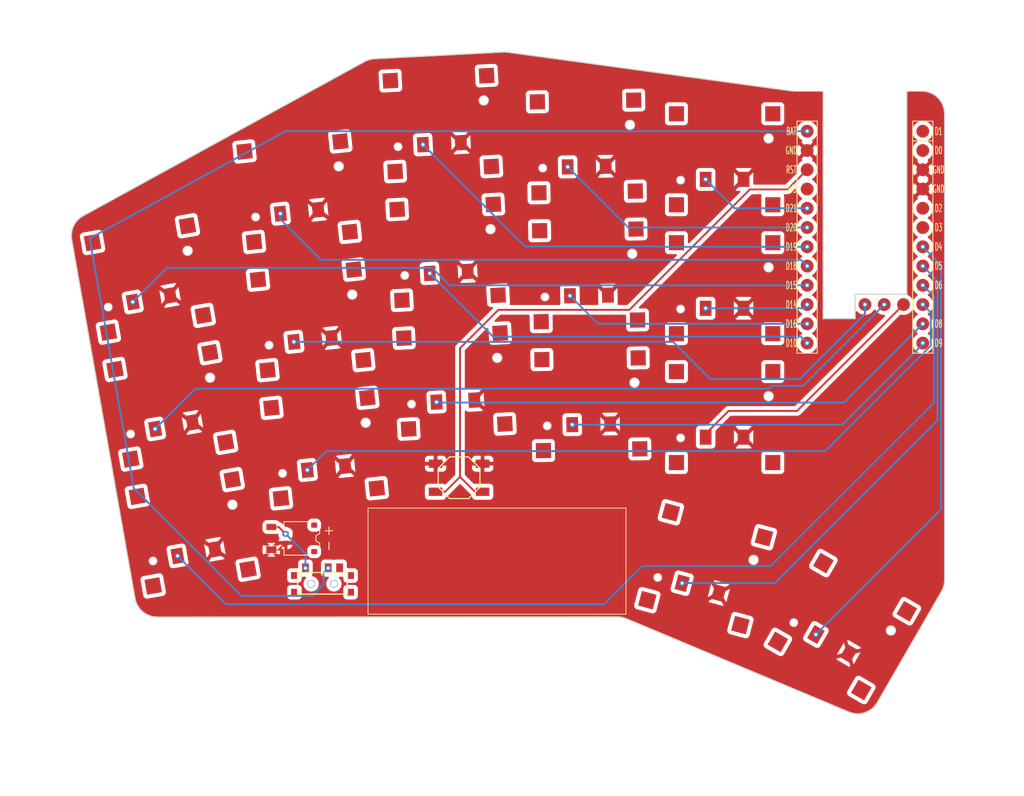
<source format=kicad_pcb>
(kicad_pcb (version 20241229) (generator "pcbnew") (generator_version "9.0")
  (title_block (title "slimsplaydy_left_unrouted") (rev "v1.0.0") (company "Unknown"))
  (layers (0 "F.Cu" signal) (2 "B.Cu" signal) (13 "F.Paste" user) (15 "B.Paste" user) (5 "F.SilkS" user) (7 "B.SilkS" user) (1 "F.Mask" user) (3 "B.Mask" user) (25 "Edge.Cuts" user))
  (net 0 "")
  (net 1 "GND")
  (net 2 "hand_pinky_bottom")
  (net 3 "hand_pinky_home")
  (net 4 "hand_pinky_top")
  (net 5 "hand_ring_bottom")
  (net 6 "hand_ring_home")
  (net 7 "hand_ring_top")
  (net 8 "hand_middle_bottom")
  (net 9 "hand_middle_home")
  (net 10 "hand_middle_top")
  (net 11 "hand_index_bottom")
  (net 12 "hand_index_home")
  (net 13 "hand_index_top")
  (net 14 "hand_inner_bottom")
  (net 15 "hand_inner_home")
  (net 16 "hand_inner_top")
  (net 17 "thumb_near_fan")
  (net 18 "thumb_far_fan")
  (net 19 "BAT")
  (net 20 "RST")
  (net 21 "3V3")
  (net 22 "D1")
  (net 23 "D0")
  (net 24 "D2")
  (net 25 "D3")
  (net 26 "BAT_P")
  (footprint "E73:SPDT_C128955" (layer "F.Cu") (at 122.512253 152.009146 180)
    (property "Reference" "T1" (hide yes))
    (property "Value" "" (hide yes))
    (fp_line (start 3.3 1.5) (end 3.3 -1.349999) (stroke (width 0.15)) (layer "F.SilkS"))
    (fp_line (start 1.95 -1.350001) (end -1.95 -1.35) (stroke (width 0.15)) (layer "F.SilkS"))
    (fp_line (start 0 -1.35) (end 3.3 -1.349999) (stroke (width 0.15)) (layer "F.SilkS"))
    (fp_line (start 0 -1.35) (end -3.3 -1.35) (stroke (width 0.15)) (layer "F.SilkS"))
    (fp_line (start -3.3 1.5) (end 3.3 1.5) (stroke (width 0.15)) (layer "F.SilkS"))
    (fp_line (start -3.3 -1.35) (end -3.3 1.5) (stroke (width 0.15)) (layer "F.SilkS"))
    (pad "" smd rect (at -3.700001 1.099999 180) (size 0.9 0.9) (layers "F.Cu" "F.Mask" "F.Paste"))
    (pad "" smd rect (at -3.7 -1.1 180) (size 0.9 0.9) (layers "F.Cu" "F.Mask" "F.Paste"))
    (pad "" np_thru_hole circle (at -1.500001 0.000001) (size 1 1) (drill 0.9) (layers "*.Cu" "*.Mask"))
    (pad "" np_thru_hole circle (at 1.500001 -0.000001) (size 1 1) (drill 0.9) (layers "*.Cu" "*.Mask"))
    (pad "" smd rect (at 3.7 1.1 180) (size 0.9 0.9) (layers "F.Cu" "F.Mask" "F.Paste"))
    (pad "" smd rect (at 3.700001 -1.099999 180) (size 0.9 0.9) (layers "F.Cu" "F.Mask" "F.Paste"))
    (pad "1" smd rect (at 2.25 2.075 180) (size 0.9 1.25) (layers "F.Cu" "F.Mask" "F.Paste") (net 26 "BAT_P"))
    (pad "2" smd rect (at -0.75 2.075001 180) (size 0.9 1.25) (layers "F.Cu" "F.Mask" "F.Paste") (net 19 "BAT"))
    (pad "3" smd rect (at -2.249999 2.075 180) (size 0.9 1.25) (layers "F.Cu" "F.Mask" "F.Paste"))
  )
  (footprint "E73:SW_TACT_ALPS_SKQGABE010" (layer "F.Cu") (at 140.512253 138.009146 -3.552713679e-15)
    (property "Reference" "B1" (hide yes))
    (property "Value" "" (hide yes))
    (fp_line (start -2.750001 1.25) (end -1.25 2.75) (stroke (width 0.15)) (layer "F.SilkS"))
    (fp_line (start -2.75 -1.25) (end -2.750001 1.25) (stroke (width 0.15)) (layer "F.SilkS"))
    (fp_line (start -2.75 -1.25) (end -1.25 -2.750001) (stroke (width 0.15)) (layer "F.SilkS"))
    (fp_line (start -1.25 -2.750001) (end 1.25 -2.75) (stroke (width 0.15)) (layer "F.SilkS"))
    (fp_line (start -1.25 2.75) (end 1.25 2.750001) (stroke (width 0.15)) (layer "F.SilkS"))
    (fp_line (start 2.75 1.25) (end 1.25 2.750001) (stroke (width 0.15)) (layer "F.SilkS"))
    (fp_line (start 2.750001 -1.25) (end 1.25 -2.75) (stroke (width 0.15)) (layer "F.SilkS"))
    (fp_line (start 2.750001 -1.25) (end 2.75 1.25) (stroke (width 0.15)) (layer "F.SilkS"))
    (pad "1" smd rect (at -3.100002 -1.85) (size 1.8 1.1) (layers "F.Cu" "F.Mask" "F.Paste") (net 1 "GND"))
    (pad "1" smd rect (at 3.099999 -1.85) (size 1.8 1.1) (layers "F.Cu" "F.Mask" "F.Paste") (net 1 "GND"))
    (pad "2" smd rect (at -3.099999 1.85) (size 1.8 1.1) (layers "F.Cu" "F.Mask" "F.Paste") (net 20 "RST"))
    (pad "2" smd rect (at 3.100002 1.85) (size 1.8 1.1) (layers "F.Cu" "F.Mask" "F.Paste") (net 20 "RST"))
  )
  (footprint "CPG1316S01D02_mikeholscher" (layer "F.Cu") (at 175.512254 113.009146 -3.552713679e-15)
    (property "Reference" "S14" (hide yes))
    (property "Value" "")
    (fp_circle (center -5.8 2.75) (end -5.300001 2.75) (stroke (width 0.1)) (fill no) (layer "Edge.Cuts"))
    (fp_circle (center 5.8 -2.75) (end 6.4 -2.75) (stroke (width 0.1)) (fill no) (layer "Edge.Cuts"))
    (pad "1" smd rect (at -2.5 2.650001) (size 1.55 2) (layers "F.Cu" "F.Mask" "F.Paste") (net 15 "hand_inner_home"))
    (pad "2" smd rect (at 2.5 2.65) (size 1.55 2) (layers "F.Cu" "F.Mask" "F.Paste") (net 1 "GND"))
    (pad "3" smd rect (at -6.35 -6) (size 2 2) (layers "F.Cu" "F.Mask" "F.Paste"))
    (pad "3" smd rect (at -6.35 6) (size 2 2) (layers "F.Cu" "F.Mask" "F.Paste"))
    (pad "3" smd rect (at 6.35 -6) (size 2 2) (layers "F.Cu" "F.Mask" "F.Paste"))
    (pad "3" smd rect (at 6.35 6) (size 2 2) (layers "F.Cu" "F.Mask" "F.Paste"))
  )
  (footprint "CPG1316S01D02_mikeholscher" (layer "F.Cu") (at 119.171417 100.283096 6)
    (property "Reference" "S6" (hide yes))
    (property "Value" "")
    (fp_circle (center -5.8 2.75) (end -5.3 2.750001) (stroke (width 0.1)) (fill no) (layer "Edge.Cuts"))
    (fp_circle (center 5.8 -2.75) (end 6.4 -2.749999) (stroke (width 0.1)) (fill no) (layer "Edge.Cuts"))
    (pad "1" smd rect (at -2.499999 2.65 6) (size 1.55 2) (layers "F.Cu" "F.Mask" "F.Paste") (net 7 "hand_ring_top"))
    (pad "2" smd rect (at 2.5 2.65 6) (size 1.55 2) (layers "F.Cu" "F.Mask" "F.Paste") (net 1 "GND"))
    (pad "3" smd rect (at -6.35 -6 6) (size 2 2) (layers "F.Cu" "F.Mask" "F.Paste"))
    (pad "3" smd rect (at -6.35 6.000001 6) (size 2 2) (layers "F.Cu" "F.Mask" "F.Paste"))
    (pad "3" smd rect (at 6.35 -6.000001 6) (size 2 2) (layers "F.Cu" "F.Mask" "F.Paste"))
    (pad "3" smd rect (at 6.35 6 6) (size 2 2) (layers "F.Cu" "F.Mask" "F.Paste"))
  )
  (footprint "CPG1316S01D02_mikeholscher" (layer "F.Cu") (at 122.725386 134.096842 6)
    (property "Reference" "S4" (hide yes))
    (property "Value" "")
    (fp_circle (center -5.8 2.75) (end -5.3 2.750001) (stroke (width 0.1)) (fill no) (layer "Edge.Cuts"))
    (fp_circle (center 5.8 -2.75) (end 6.4 -2.749999) (stroke (width 0.1)) (fill no) (layer "Edge.Cuts"))
    (pad "1" smd rect (at -2.499999 2.65 6) (size 1.55 2) (layers "F.Cu" "F.Mask" "F.Paste") (net 5 "hand_ring_bottom"))
    (pad "2" smd rect (at 2.5 2.65 6) (size 1.55 2) (layers "F.Cu" "F.Mask" "F.Paste") (net 1 "GND"))
    (pad "3" smd rect (at -6.35 -6 6) (size 2 2) (layers "F.Cu" "F.Mask" "F.Paste"))
    (pad "3" smd rect (at -6.35 6.000001 6) (size 2 2) (layers "F.Cu" "F.Mask" "F.Paste"))
    (pad "3" smd rect (at 6.35 -6.000001 6) (size 2 2) (layers "F.Cu" "F.Mask" "F.Paste"))
    (pad "3" smd rect (at 6.35 6 6) (size 2 2) (layers "F.Cu" "F.Mask" "F.Paste"))
  )
  (footprint "CPG1316S01D02_mikeholscher" (layer "F.Cu") (at 105.403224 145.274618 10)
    (property "Reference" "S1" (hide yes))
    (property "Value" "")
    (fp_circle (center -5.8 2.75) (end -5.3 2.749999) (stroke (width 0.1)) (fill no) (layer "Edge.Cuts"))
    (fp_circle (center 5.8 -2.75) (end 6.400001 -2.75) (stroke (width 0.1)) (fill no) (layer "Edge.Cuts"))
    (pad "1" smd rect (at -2.499999 2.65 10) (size 1.55 2) (layers "F.Cu" "F.Mask" "F.Paste") (net 2 "hand_pinky_bottom"))
    (pad "2" smd rect (at 2.5 2.65 10) (size 1.55 2) (layers "F.Cu" "F.Mask" "F.Paste") (net 1 "GND"))
    (pad "3" smd rect (at -6.35 -6 10) (size 2 2) (layers "F.Cu" "F.Mask" "F.Paste"))
    (pad "3" smd rect (at -6.35 6 10) (size 2 2) (layers "F.Cu" "F.Mask" "F.Paste"))
    (pad "3" smd rect (at 6.35 -6 10) (size 2 2) (layers "F.Cu" "F.Mask" "F.Paste"))
    (pad "3" smd rect (at 6.35 6 10) (size 2 2) (layers "F.Cu" "F.Mask" "F.Paste"))
  )
  (footprint "CPG1316S01D02_mikeholscher" (layer "F.Cu") (at 157.880029 128.316614 1)
    (property "Reference" "S10" (hide yes))
    (property "Value" "")
    (fp_circle (center -5.8 2.75) (end -5.3 2.749999) (stroke (width 0.1)) (fill no) (layer "Edge.Cuts"))
    (fp_circle (center 5.8 -2.75) (end 6.4 -2.75) (stroke (width 0.1)) (fill no) (layer "Edge.Cuts"))
    (pad "1" smd rect (at -2.5 2.65 1) (size 1.55 2) (layers "F.Cu" "F.Mask" "F.Paste") (net 11 "hand_index_bottom"))
    (pad "2" smd rect (at 2.499999 2.65 1) (size 1.55 2) (layers "F.Cu" "F.Mask" "F.Paste") (net 1 "GND"))
    (pad "3" smd rect (at -6.35 -6 1) (size 2 2) (layers "F.Cu" "F.Mask" "F.Paste"))
    (pad "3" smd rect (at -6.35 6 1) (size 2 2) (layers "F.Cu" "F.Mask" "F.Paste"))
    (pad "3" smd rect (at 6.35 -6 1) (size 2 2) (layers "F.Cu" "F.Mask" "F.Paste"))
    (pad "3" smd rect (at 6.35 6 1) (size 2 2) (layers "F.Cu" "F.Mask" "F.Paste"))
  )
  (footprint "Pad_Single_BAT-" (layer "F.Cu") (at 115.012254 144.009146 -3.552713679e-15)
    (property "Reference" "XX1" (hide yes))
    (property "Value" "")
    (fp_poly (pts (xy 0 0) (xy 1.500001 -0.000001) (xy 1.499999 1) (xy 0 1)) (stroke (width 0.1)) (fill no) (layer "F.SilkS"))
    (pad "1" smd roundrect (at 0.75 0.5) (size 1.3 0.8) (layers "F.Cu" "F.Mask" "F.Paste") (roundrect_rratio 0.15) (net 26 "BAT_P"))
  )
  (footprint "CPG1316S01D02_mikeholscher" (layer "F.Cu") (at 191.031069 157.641122 -30)
    (property "Reference" "S17" (hide yes))
    (property "Value" "")
    (fp_circle (center -5.8 2.749999) (end -5.3 2.750001) (stroke (width 0.1)) (fill no) (layer "Edge.Cuts"))
    (fp_circle (center 5.8 -2.749999) (end 6.4 -2.75) (stroke (width 0.1)) (fill no) (layer "Edge.Cuts"))
    (pad "1" smd rect (at -2.500001 2.65 330) (size 1.55 2) (layers "F.Cu" "F.Mask" "F.Paste") (net 18 "thumb_far_fan"))
    (pad "2" smd rect (at 2.500001 2.65 330) (size 1.55 2) (layers "F.Cu" "F.Mask" "F.Paste") (net 1 "GND"))
    (pad "3" smd rect (at -6.35 -6 330) (size 2 2) (layers "F.Cu" "F.Mask" "F.Paste"))
    (pad "3" smd rect (at -6.349999 5.999999 330) (size 2 2) (layers "F.Cu" "F.Mask" "F.Paste"))
    (pad "3" smd rect (at 6.349999 -5.999999 330) (size 2 2) (layers "F.Cu" "F.Mask" "F.Paste"))
    (pad "3" smd rect (at 6.35 6 330) (size 2 2) (layers "F.Cu" "F.Mask" "F.Paste"))
  )
  (footprint "CPG1316S01D02_mikeholscher" (layer "F.Cu") (at 99.499186 111.791156 10)
    (property "Reference" "S3" (hide yes))
    (property "Value" "")
    (fp_circle (center -5.8 2.75) (end -5.3 2.749999) (stroke (width 0.1)) (fill no) (layer "Edge.Cuts"))
    (fp_circle (center 5.8 -2.75) (end 6.400001 -2.75) (stroke (width 0.1)) (fill no) (layer "Edge.Cuts"))
    (pad "1" smd rect (at -2.499999 2.65 10) (size 1.55 2) (layers "F.Cu" "F.Mask" "F.Paste") (net 4 "hand_pinky_top"))
    (pad "2" smd rect (at 2.5 2.65 10) (size 1.55 2) (layers "F.Cu" "F.Mask" "F.Paste") (net 1 "GND"))
    (pad "3" smd rect (at -6.35 -6 10) (size 2 2) (layers "F.Cu" "F.Mask" "F.Paste"))
    (pad "3" smd rect (at -6.35 6 10) (size 2 2) (layers "F.Cu" "F.Mask" "F.Paste"))
    (pad "3" smd rect (at 6.35 -6 10) (size 2 2) (layers "F.Cu" "F.Mask" "F.Paste"))
    (pad "3" smd rect (at 6.35 6 10) (size 2 2) (layers "F.Cu" "F.Mask" "F.Paste"))
  )
  (footprint "CPG1316S01D02_mikeholscher" (layer "F.Cu") (at 175.512254 130.009146 -3.552713679e-15)
    (property "Reference" "S13" (hide yes))
    (property "Value" "")
    (fp_circle (center -5.8 2.75) (end -5.300001 2.75) (stroke (width 0.1)) (fill no) (layer "Edge.Cuts"))
    (fp_circle (center 5.8 -2.75) (end 6.4 -2.75) (stroke (width 0.1)) (fill no) (layer "Edge.Cuts"))
    (pad "1" smd rect (at -2.5 2.650001) (size 1.55 2) (layers "F.Cu" "F.Mask" "F.Paste") (net 14 "hand_inner_bottom"))
    (pad "2" smd rect (at 2.5 2.65) (size 1.55 2) (layers "F.Cu" "F.Mask" "F.Paste") (net 1 "GND"))
    (pad "3" smd rect (at -6.35 -6) (size 2 2) (layers "F.Cu" "F.Mask" "F.Paste"))
    (pad "3" smd rect (at -6.35 6) (size 2 2) (layers "F.Cu" "F.Mask" "F.Paste"))
    (pad "3" smd rect (at 6.35 -6) (size 2 2) (layers "F.Cu" "F.Mask" "F.Paste"))
    (pad "3" smd rect (at 6.35 6) (size 2 2) (layers "F.Cu" "F.Mask" "F.Paste"))
  )
  (footprint "CPG1316S01D02_mikeholscher" (layer "F.Cu") (at 139.895081 125.253677 3)
    (property "Reference" "S7" (hide yes))
    (property "Value" "")
    (fp_circle (center -5.8 2.75) (end -5.300001 2.750001) (stroke (width 0.1)) (fill no) (layer "Edge.Cuts"))
    (fp_circle (center 5.8 -2.75) (end 6.4 -2.75) (stroke (width 0.1)) (fill no) (layer "Edge.Cuts"))
    (pad "1" smd rect (at -2.500001 2.65 3) (size 1.55 2) (layers "F.Cu" "F.Mask" "F.Paste") (net 8 "hand_middle_bottom"))
    (pad "2" smd rect (at 2.500001 2.649999 3) (size 1.55 2) (layers "F.Cu" "F.Mask" "F.Paste") (net 1 "GND"))
    (pad "3" smd rect (at -6.350001 -5.999999 3) (size 2 2) (layers "F.Cu" "F.Mask" "F.Paste"))
    (pad "3" smd rect (at -6.35 6 3) (size 2 2) (layers "F.Cu" "F.Mask" "F.Paste"))
    (pad "3" smd rect (at 6.35 -6 3) (size 2 2) (layers "F.Cu" "F.Mask" "F.Paste"))
    (pad "3" smd rect (at 6.350001 5.999999 3) (size 2 2) (layers "F.Cu" "F.Mask" "F.Paste"))
  )
  (footprint "CPG1316S01D02_mikeholscher" (layer "F.Cu") (at 120.948402 117.18997 6)
    (property "Reference" "S5" (hide yes))
    (property "Value" "")
    (fp_circle (center -5.8 2.75) (end -5.3 2.750001) (stroke (width 0.1)) (fill no) (layer "Edge.Cuts"))
    (fp_circle (center 5.8 -2.75) (end 6.4 -2.749999) (stroke (width 0.1)) (fill no) (layer "Edge.Cuts"))
    (pad "1" smd rect (at -2.499999 2.65 6) (size 1.55 2) (layers "F.Cu" "F.Mask" "F.Paste") (net 6 "hand_ring_home"))
    (pad "2" smd rect (at 2.5 2.65 6) (size 1.55 2) (layers "F.Cu" "F.Mask" "F.Paste") (net 1 "GND"))
    (pad "3" smd rect (at -6.35 -6 6) (size 2 2) (layers "F.Cu" "F.Mask" "F.Paste"))
    (pad "3" smd rect (at -6.35 6.000001 6) (size 2 2) (layers "F.Cu" "F.Mask" "F.Paste"))
    (pad "3" smd rect (at 6.35 -6.000001 6) (size 2 2) (layers "F.Cu" "F.Mask" "F.Paste"))
    (pad "3" smd rect (at 6.35 6 6) (size 2 2) (layers "F.Cu" "F.Mask" "F.Paste"))
  )
  (footprint "CPG1316S01D02_mikeholscher" (layer "F.Cu") (at 175.512254 96.009148 -3.552713679e-15)
    (property "Reference" "S15" (hide yes))
    (property "Value" "")
    (fp_circle (center -5.8 2.75) (end -5.300001 2.75) (stroke (width 0.1)) (fill no) (layer "Edge.Cuts"))
    (fp_circle (center 5.8 -2.75) (end 6.4 -2.75) (stroke (width 0.1)) (fill no) (layer "Edge.Cuts"))
    (pad "1" smd rect (at -2.5 2.650001) (size 1.55 2) (layers "F.Cu" "F.Mask" "F.Paste") (net 16 "hand_inner_top"))
    (pad "2" smd rect (at 2.5 2.65) (size 1.55 2) (layers "F.Cu" "F.Mask" "F.Paste") (net 1 "GND"))
    (pad "3" smd rect (at -6.35 -6) (size 2 2) (layers "F.Cu" "F.Mask" "F.Paste"))
    (pad "3" smd rect (at -6.35 6) (size 2 2) (layers "F.Cu" "F.Mask" "F.Paste"))
    (pad "3" smd rect (at 6.35 -6) (size 2 2) (layers "F.Cu" "F.Mask" "F.Paste"))
    (pad "3" smd rect (at 6.35 6) (size 2 2) (layers "F.Cu" "F.Mask" "F.Paste"))
  )
  (footprint "CPG1316S01D02_mikeholscher" (layer "F.Cu") (at 173.012253 150.009147 -15)
    (property "Reference" "S16" (hide yes))
    (property "Value" "")
    (fp_circle (center -5.8 2.75) (end -5.3 2.75) (stroke (width 0.1)) (fill no) (layer "Edge.Cuts"))
    (fp_circle (center 5.8 -2.75) (end 6.399999 -2.75) (stroke (width 0.1)) (fill no) (layer "Edge.Cuts"))
    (pad "1" smd rect (at -2.5 2.65 345) (size 1.55 2) (layers "F.Cu" "F.Mask" "F.Paste") (net 17 "thumb_near_fan"))
    (pad "2" smd rect (at 2.5 2.65 345) (size 1.55 2) (layers "F.Cu" "F.Mask" "F.Paste") (net 1 "GND"))
    (pad "3" smd rect (at -6.350001 -6.000001 345) (size 2 2) (layers "F.Cu" "F.Mask" "F.Paste"))
    (pad "3" smd rect (at -6.35 6 345) (size 2 2) (layers "F.Cu" "F.Mask" "F.Paste"))
    (pad "3" smd rect (at 6.35 -6 345) (size 2 2) (layers "F.Cu" "F.Mask" "F.Paste"))
    (pad "3" smd rect (at 6.350001 6.000001 345) (size 2 2) (layers "F.Cu" "F.Mask" "F.Paste"))
  )
  (footprint "Pad_Single_BAT-" (layer "F.Cu") (at 115.012254 147.009147 -3.552713679e-15)
    (property "Reference" "XX2" (hide yes))
    (property "Value" "")
    (fp_poly (pts (xy 0 0) (xy 1.500001 -0.000001) (xy 1.499999 1) (xy 0 1)) (stroke (width 0.1)) (fill no) (layer "F.SilkS"))
    (pad "1" smd roundrect (at 0.75 0.5) (size 1.3 0.8) (layers "F.Cu" "F.Mask" "F.Paste") (roundrect_rratio 0.15) (net 1 "GND"))
  )
  (footprint "CPG1316S01D02_mikeholscher" (layer "F.Cu") (at 157.286649 94.321793 1)
    (property "Reference" "S12" (hide yes))
    (property "Value" "")
    (fp_circle (center -5.8 2.75) (end -5.3 2.749999) (stroke (width 0.1)) (fill no) (layer "Edge.Cuts"))
    (fp_circle (center 5.8 -2.75) (end 6.4 -2.75) (stroke (width 0.1)) (fill no) (layer "Edge.Cuts"))
    (pad "1" smd rect (at -2.5 2.65 1) (size 1.55 2) (layers "F.Cu" "F.Mask" "F.Paste") (net 13 "hand_index_top"))
    (pad "2" smd rect (at 2.499999 2.65 1) (size 1.55 2) (layers "F.Cu" "F.Mask" "F.Paste") (net 1 "GND"))
    (pad "3" smd rect (at -6.35 -6 1) (size 2 2) (layers "F.Cu" "F.Mask" "F.Paste"))
    (pad "3" smd rect (at -6.35 6 1) (size 2 2) (layers "F.Cu" "F.Mask" "F.Paste"))
    (pad "3" smd rect (at 6.35 -6 1) (size 2 2) (layers "F.Cu" "F.Mask" "F.Paste"))
    (pad "3" smd rect (at 6.35 6 1) (size 2 2) (layers "F.Cu" "F.Mask" "F.Paste"))
  )
  (footprint "Battery_301230" (layer "F.Cu") (at 128.512254 142.009147 -3.552713679e-15)
    (property "Reference" "XX3" (hide yes))
    (property "Value" "")
    (fp_line (start 0 0) (end 34 0) (stroke (width 0.1)) (layer "F.SilkS"))
    (fp_line (start 0 14.000001) (end 0 0) (stroke (width 0.1)) (layer "F.SilkS"))
    (fp_line (start 34 0) (end 34 14.000001) (stroke (width 0.1)) (layer "F.SilkS"))
    (fp_line (start 34 14.000001) (end 0 14.000001) (stroke (width 0.1)) (layer "F.SilkS"))
  )
  (footprint "CPG1316S01D02_mikeholscher" (layer "F.Cu") (at 157.583339 111.319204 1)
    (property "Reference" "S11" (hide yes))
    (property "Value" "")
    (fp_circle (center -5.8 2.75) (end -5.3 2.749999) (stroke (width 0.1)) (fill no) (layer "Edge.Cuts"))
    (fp_circle (center 5.8 -2.75) (end 6.4 -2.75) (stroke (width 0.1)) (fill no) (layer "Edge.Cuts"))
    (pad "1" smd rect (at -2.5 2.65 1) (size 1.55 2) (layers "F.Cu" "F.Mask" "F.Paste") (net 12 "hand_index_home"))
    (pad "2" smd rect (at 2.499999 2.65 1) (size 1.55 2) (layers "F.Cu" "F.Mask" "F.Paste") (net 1 "GND"))
    (pad "3" smd rect (at -6.35 -6 1) (size 2 2) (layers "F.Cu" "F.Mask" "F.Paste"))
    (pad "3" smd rect (at -6.35 6 1) (size 2 2) (layers "F.Cu" "F.Mask" "F.Paste"))
    (pad "3" smd rect (at 6.35 -6 1) (size 2 2) (layers "F.Cu" "F.Mask" "F.Paste"))
    (pad "3" smd rect (at 6.35 6 1) (size 2 2) (layers "F.Cu" "F.Mask" "F.Paste"))
  )
  (footprint "ceoloide:battery_connector_molex_pico_ezmate_1x02" (layer "F.Cu") (at 119.512254 146.009146 90)
    (property "Reference" "CONN1" (hide yes))
    (property "Value" "")
    (fp_line (start -2.209999 -2.090001) (end -1.16 -2.09) (stroke (width 0.12)) (layer "F.SilkS"))
    (fp_line (start 2.21 -2.09) (end 1.16 -2.09) (stroke (width 0.12)) (layer "F.SilkS"))
    (fp_line (start -1.16 -2.09) (end -1.16 -2.300001) (stroke (width 0.12)) (layer "F.SilkS"))
    (fp_line (start 2.21 1.24) (end 2.21 -2.09) (stroke (width 0.12)) (layer "F.SilkS"))
    (fp_line (start -2.21 1.24) (end -2.209999 -2.090001) (stroke (width 0.12)) (layer "F.SilkS"))
    (fp_line (start -0.34 2.129998) (end 0.34 2.13) (stroke (width 0.12)) (layer "F.SilkS"))
    (fp_line (start 0.34 2.13) (end 0.64 2.629999) (stroke (width 0.12)) (layer "F.SilkS"))
    (fp_line (start 0.64 2.629999) (end 1.14 2.63) (stroke (width 0.12)) (layer "F.SilkS"))
    (fp_line (start -1.140001 2.63) (end -0.64 2.630001) (stroke (width 0.12)) (layer "F.SilkS"))
    (fp_line (start -0.64 2.630001) (end -0.34 2.129998) (stroke (width 0.12)) (layer "F.SilkS"))
    (fp_line (start 0.499999 3.85) (end 1.5 3.85) (stroke (width 0.12)) (layer "F.SilkS"))
    (fp_line (start -0.5 3.85) (end -1.5 3.850001) (stroke (width 0.12)) (layer "F.SilkS"))
    (fp_line (start 1 4.35) (end 1 3.35) (stroke (width 0.12)) (layer "F.SilkS"))
    (pad "" smd roundrect (at -1.75 1.899999 90) (size 0.7 0.8) (layers "F.Cu" "F.Mask" "F.Paste"))
    (pad "" smd roundrect (at 1.75 1.9 90) (size 0.7 0.8) (layers "F.Cu" "F.Mask" "F.Paste"))
    (pad "1" smd roundrect (at -0.599999 -1.875 90) (size 0.6 0.85) (layers "F.Cu" "F.Mask" "F.Paste") (net 1 "GND"))
    (pad "2" smd roundrect (at 0.6 -1.875 90) (size 0.6 0.85) (layers "F.Cu" "F.Mask" "F.Paste") (net 26 "BAT_P"))
  )
  (footprint "CPG1316S01D02_mikeholscher" (layer "F.Cu") (at 139.005369 108.276974 3)
    (property "Reference" "S8" (hide yes))
    (property "Value" "")
    (fp_circle (center -5.8 2.75) (end -5.300001 2.750001) (stroke (width 0.1)) (fill no) (layer "Edge.Cuts"))
    (fp_circle (center 5.8 -2.75) (end 6.4 -2.75) (stroke (width 0.1)) (fill no) (layer "Edge.Cuts"))
    (pad "1" smd rect (at -2.500001 2.65 3) (size 1.55 2) (layers "F.Cu" "F.Mask" "F.Paste") (net 9 "hand_middle_home"))
    (pad "2" smd rect (at 2.500001 2.649999 3) (size 1.55 2) (layers "F.Cu" "F.Mask" "F.Paste") (net 1 "GND"))
    (pad "3" smd rect (at -6.350001 -5.999999 3) (size 2 2) (layers "F.Cu" "F.Mask" "F.Paste"))
    (pad "3" smd rect (at -6.35 6 3) (size 2 2) (layers "F.Cu" "F.Mask" "F.Paste"))
    (pad "3" smd rect (at 6.35 -6 3) (size 2 2) (layers "F.Cu" "F.Mask" "F.Paste"))
    (pad "3" smd rect (at 6.350001 5.999999 3) (size 2 2) (layers "F.Cu" "F.Mask" "F.Paste"))
  )
  (footprint "ceoloide:mcu_nice_nano" (layer "F.Cu") (at 194.012254 105.009149 -3.552713679e-15)
    (property "Reference" "MCU1" (hide yes))
    (property "Value" "")
    (fp_line (start -8.950001 16.57) (end -6.29 16.57) (stroke (width 0.12)) (layer "F.SilkS"))
    (fp_line (start -8.95 -14.03) (end -8.950001 16.57) (stroke (width 0.12)) (layer "F.SilkS"))
    (fp_line (start -8.95 -14.03) (end -6.290001 -14.03) (stroke (width 0.12)) (layer "F.SilkS"))
    (fp_line (start -6.290001 -14.03) (end -6.29 16.57) (stroke (width 0.12)) (layer "F.SilkS"))
    (fp_line (start 6.289999 16.570001) (end 8.950001 16.570001) (stroke (width 0.12)) (layer "F.SilkS"))
    (fp_line (start 6.29 -14.03) (end 6.289999 16.570001) (stroke (width 0.12)) (layer "F.SilkS"))
    (fp_line (start 6.29 -14.03) (end 8.95 -14.030001) (stroke (width 0.12)) (layer "F.SilkS"))
    (fp_line (start 6.29 -11.43) (end 8.95 -11.43) (stroke (width 0.12)) (layer "F.SilkS"))
    (fp_line (start 8.95 -14.030001) (end 8.950001 16.570001) (stroke (width 0.12)) (layer "F.SilkS"))
    (fp_text user "GND" (at 9.7 -5.08 0) (layer "F.SilkS") (effects (font (size 1 0.5) (thickness 0.1))))
    (fp_text user "D15" (at -9.7 7.62 0) (layer "F.SilkS") (effects (font (size 1 0.5) (thickness 0.1))))
    (fp_text user "D18" (at -9.7 5.08 0) (layer "F.SilkS") (effects (font (size 1 0.5) (thickness 0.1))))
    (fp_text user "GND" (at 9.7 -7.62 0) (layer "F.SilkS") (effects (font (size 1 0.5) (thickness 0.1))))
    (fp_text user "GND" (at -9.7 -10.16 0) (layer "F.SilkS") (effects (font (size 1 0.5) (thickness 0.1))))
    (fp_text user "D21" (at -9.7 -2.54 0) (layer "F.SilkS") (effects (font (size 1 0.5) (thickness 0.1))))
    (fp_text user "D5" (at 9.7 5.080001 0) (layer "F.SilkS") (effects (font (size 1 0.5) (thickness 0.1))))
    (fp_text user "D8" (at 9.7 12.7 0) (layer "F.SilkS") (effects (font (size 1 0.5) (thickness 0.1))))
    (fp_text user "D20" (at -9.7 0 0) (layer "F.SilkS") (effects (font (size 1 0.5) (thickness 0.1))))
    (fp_text user "D4" (at 9.7 2.54 0) (layer "F.SilkS") (effects (font (size 1 0.5) (thickness 0.1))))
    (fp_text user "BAT" (at -9.7 -12.7 0) (layer "F.SilkS") (effects (font (size 1 0.5) (thickness 0.1))))
    (fp_text user "D14" (at -9.7 10.16 0) (layer "F.SilkS") (effects (font (size 1 0.5) (thickness 0.1))))
    (fp_text user "D0" (at 9.7 -10.16 0) (layer "F.SilkS") (effects (font (size 1 0.5) (thickness 0.1))))
    (fp_text user "D16" (at -9.7 12.7 0) (layer "F.SilkS") (effects (font (size 1 0.5) (thickness 0.1))))
    (fp_text user "D9" (at 9.7 15.239999 0) (layer "F.SilkS") (effects (font (size 1 0.5) (thickness 0.1))))
    (fp_text user "3V3" (at -9.7 -5.080001 0) (layer "F.SilkS") (effects (font (size 1 0.5) (thickness 0.1))))
    (fp_text user "D1" (at 9.7 -12.7 0) (layer "F.SilkS") (effects (font (size 1 0.5) (thickness 0.1))))
    (fp_text user "D19" (at -9.700001 2.54 0) (layer "F.SilkS") (effects (font (size 1 0.5) (thickness 0.1))))
    (fp_text user "D6" (at 9.7 7.619999 0) (layer "F.SilkS") (effects (font (size 1 0.5) (thickness 0.1))))
    (fp_text user "D3" (at 9.7 0 0) (layer "F.SilkS") (effects (font (size 1 0.5) (thickness 0.1))))
    (fp_text user "RST" (at -9.7 -7.619999 0) (layer "F.SilkS") (effects (font (size 1 0.5) (thickness 0.1))))
    (fp_text user "D2" (at 9.700001 -2.54 0) (layer "F.SilkS") (effects (font (size 1 0.5) (thickness 0.1))))
    (fp_text user "D10" (at -9.7 15.24 0) (layer "F.SilkS") (effects (font (size 1 0.5) (thickness 0.1))))
    (pad "1" smd circle (at 7.62 -12.7) (size 1.7 1.7) (layers "F.Cu" "F.Mask" "F.Paste") (net 22 "D1"))
    (pad "2" smd circle (at 7.62 -10.16) (size 1.7 1.7) (layers "F.Cu" "F.Mask" "F.Paste") (net 23 "D0"))
    (pad "3" smd circle (at 7.62 -7.62) (size 1.7 1.7) (layers "F.Cu" "F.Mask" "F.Paste") (net 1 "GND"))
    (pad "4" smd circle (at 7.62 -5.08) (size 1.7 1.7) (layers "F.Cu" "F.Mask" "F.Paste") (net 1 "GND"))
    (pad "5" smd circle (at 7.619999 -2.54) (size 1.7 1.7) (layers "F.Cu" "F.Mask" "F.Paste") (net 24 "D2"))
    (pad "6" smd circle (at 7.62 0) (size 1.7 1.7) (layers "F.Cu" "F.Mask" "F.Paste") (net 25 "D3"))
    (pad "7" smd circle (at 7.62 2.540001) (size 1.7 1.7) (layers "F.Cu" "F.Mask" "F.Paste") (net 18 "thumb_far_fan"))
    (pad "8" smd circle (at 7.619999 5.08) (size 1.7 1.7) (layers "F.Cu" "F.Mask" "F.Paste") (net 17 "thumb_near_fan"))
    (pad "9" smd circle (at 7.62 7.62) (size 1.7 1.7) (layers "F.Cu" "F.Mask" "F.Paste") (net 2 "hand_pinky_bottom"))
    (pad "10" smd circle (at 7.62 10.16) (size 1.7 1.7) (layers "F.Cu" "F.Mask" "F.Paste") (net 5 "hand_ring_bottom"))
    (pad "11" smd circle (at 7.62 12.700001) (size 1.7 1.7) (layers "F.Cu" "F.Mask" "F.Paste") (net 8 "hand_middle_bottom"))
    (pad "12" smd circle (at 7.62 15.239999) (size 1.7 1.7) (layers "F.Cu" "F.Mask" "F.Paste") (net 11 "hand_index_bottom"))
    (pad "13" smd circle (at -7.62 15.240001) (size 1.7 1.7) (layers "F.Cu" "F.Mask" "F.Paste") (net 9 "hand_middle_home"))
    (pad "14" smd circle (at -7.62 12.7) (size 1.7 1.7) (layers "F.Cu" "F.Mask" "F.Paste") (net 12 "hand_index_home"))
    (pad "15" smd circle (at -7.62 10.16) (size 1.7 1.7) (layers "F.Cu" "F.Mask" "F.Paste") (net 15 "hand_inner_home"))
    (pad "16" smd circle (at -7.62 7.62) (size 1.7 1.7) (layers "F.Cu" "F.Mask" "F.Paste") (net 4 "hand_pinky_top"))
    (pad "17" smd circle (at -7.62 5.08) (size 1.7 1.7) (layers "F.Cu" "F.Mask" "F.Paste") (net 7 "hand_ring_top"))
    (pad "18" smd circle (at -7.619999 2.54) (size 1.7 1.7) (layers "F.Cu" "F.Mask" "F.Paste") (net 10 "hand_middle_top"))
    (pad "19" smd circle (at -7.62 0) (size 1.7 1.7) (layers "F.Cu" "F.Mask" "F.Paste") (net 13 "hand_index_top"))
    (pad "20" smd circle (at -7.62 -2.540001) (size 1.7 1.7) (layers "F.Cu" "F.Mask" "F.Paste") (net 16 "hand_inner_top"))
    (pad "21" smd circle (at -7.619999 -5.08) (size 1.7 1.7) (layers "F.Cu" "F.Mask" "F.Paste") (net 21 "3V3"))
    (pad "22" smd circle (at -7.62 -7.62) (size 1.7 1.7) (layers "F.Cu" "F.Mask" "F.Paste") (net 20 "RST"))
    (pad "23" smd circle (at -7.62 -10.16) (size 1.7 1.7) (layers "F.Cu" "F.Mask" "F.Paste") (net 1 "GND"))
    (pad "24" smd circle (at -7.62 -12.700001) (size 1.7 1.7) (layers "F.Cu" "F.Mask" "F.Paste") (net 19 "BAT"))
    (pad "25" smd circle (at 5.08 10.16) (size 1.7 1.7) (layers "F.Cu" "F.Mask" "F.Paste") (net 14 "hand_inner_bottom"))
    (pad "26" smd circle (at 2.54 10.160001) (size 1.7 1.7) (layers "F.Cu" "F.Mask" "F.Paste") (net 3 "hand_pinky_home"))
    (pad "27" smd circle (at 0.000001 10.160001) (size 1.7 1.7) (layers "F.Cu" "F.Mask" "F.Paste") (net 6 "hand_ring_home"))
  )
  (footprint "CPG1316S01D02_mikeholscher" (layer "F.Cu") (at 102.451205 128.532888 10)
    (property "Reference" "S2" (hide yes))
    (property "Value" "")
    (fp_circle (center -5.8 2.75) (end -5.3 2.749999) (stroke (width 0.1)) (fill no) (layer "Edge.Cuts"))
    (fp_circle (center 5.8 -2.75) (end 6.400001 -2.75) (stroke (width 0.1)) (fill no) (layer "Edge.Cuts"))
    (pad "1" smd rect (at -2.499999 2.65 10) (size 1.55 2) (layers "F.Cu" "F.Mask" "F.Paste") (net 3 "hand_pinky_home"))
    (pad "2" smd rect (at 2.5 2.65 10) (size 1.55 2) (layers "F.Cu" "F.Mask" "F.Paste") (net 1 "GND"))
    (pad "3" smd rect (at -6.35 -6 10) (size 2 2) (layers "F.Cu" "F.Mask" "F.Paste"))
    (pad "3" smd rect (at -6.35 6 10) (size 2 2) (layers "F.Cu" "F.Mask" "F.Paste"))
    (pad "3" smd rect (at 6.35 -6 10) (size 2 2) (layers "F.Cu" "F.Mask" "F.Paste"))
    (pad "3" smd rect (at 6.35 6 10) (size 2 2) (layers "F.Cu" "F.Mask" "F.Paste"))
  )
  (footprint "CPG1316S01D02_mikeholscher" (layer "F.Cu") (at 138.115658 91.300271 3)
    (property "Reference" "S9" (hide yes))
    (property "Value" "")
    (fp_circle (center -5.8 2.75) (end -5.300001 2.750001) (stroke (width 0.1)) (fill no) (layer "Edge.Cuts"))
    (fp_circle (center 5.8 -2.75) (end 6.4 -2.75) (stroke (width 0.1)) (fill no) (layer "Edge.Cuts"))
    (pad "1" smd rect (at -2.500001 2.65 3) (size 1.55 2) (layers "F.Cu" "F.Mask" "F.Paste") (net 10 "hand_middle_top"))
    (pad "2" smd rect (at 2.500001 2.649999 3) (size 1.55 2) (layers "F.Cu" "F.Mask" "F.Paste") (net 1 "GND"))
    (pad "3" smd rect (at -6.350001 -5.999999 3) (size 2 2) (layers "F.Cu" "F.Mask" "F.Paste"))
    (pad "3" smd rect (at -6.35 6 3) (size 2 2) (layers "F.Cu" "F.Mask" "F.Paste"))
    (pad "3" smd rect (at 6.35 -6 3) (size 2 2) (layers "F.Cu" "F.Mask" "F.Paste"))
    (pad "3" smd rect (at 6.350001 5.999999 3) (size 2 2) (layers "F.Cu" "F.Mask" "F.Paste"))
  )
  (gr_arc (start 195.647085 167.648299) (mid 194.00706 168.990278) (end 191.889345 168.913663) (stroke (width 0.15)) (layer "Edge.Cuts"))
  (gr_arc (start 201.512254 87.009147) (mid 203.633574 87.887826) (end 204.512254 90.009146) (stroke (width 0.15)) (layer "Edge.Cuts"))
  (gr_line (start 129.341455 82.747757) (end 146.34994 81.85638) (stroke (width 0.15)) (layer "Edge.Cuts"))
  (gr_line (start 188.512254 87.009147) (end 188.512253 117.009147) (stroke (width 0.15)) (layer "Edge.Cuts"))
  (gr_line (start 199.512254 113.809147) (end 199.512255 87.009148) (stroke (width 0.15)) (layer "Edge.Cuts"))
  (gr_line (start 188.512254 87.009147) (end 184.715941 87.009147) (stroke (width 0.05)) (layer "Edge.Cuts"))
  (gr_arc (start 89.446457 106.608238) (mid 89.696066 104.789609) (end 90.958392 103.456849) (stroke (width 0.15)) (layer "Edge.Cuts"))
  (gr_arc (start 161.385479 156.373269) (mid 161.977681 156.43214) (end 162.54661 156.606751) (stroke (width 0.15)) (layer "Edge.Cuts"))
  (gr_line (start 161.385478 156.373268) (end 100.742321 156.389417) (stroke (width 0.15)) (layer "Edge.Cuts"))
  (gr_arc (start 204.512254 151.504584) (mid 204.409859 152.281686) (end 204.109662 153.005739) (stroke (width 0.15)) (layer "Edge.Cuts"))
  (gr_line (start 188.512253 117.009147) (end 192.712255 117.009147) (stroke (width 0.15)) (layer "Edge.Cuts"))
  (gr_line (start 97.787099 153.910362) (end 89.446458 106.608236) (stroke (width 0.15)) (layer "Edge.Cuts"))
  (gr_line (start 191.889345 168.913663) (end 162.54661 156.606751) (stroke (width 0.15)) (layer "Edge.Cuts"))
  (gr_line (start 204.512254 90.009146) (end 204.512254 151.504584) (stroke (width 0.15)) (layer "Edge.Cuts"))
  (gr_line (start 90.958392 103.456849) (end 128.055976 83.113203) (stroke (width 0.15)) (layer "Edge.Cuts"))
  (gr_line (start 192.712255 117.009147) (end 192.712254 113.809147) (stroke (width 0.15)) (layer "Edge.Cuts"))
  (gr_line (start 204.109662 153.005739) (end 195.647084 167.648301) (stroke (width 0.15)) (layer "Edge.Cuts"))
  (gr_line (start 192.712254 113.809147) (end 199.512254 113.809147) (stroke (width 0.15)) (layer "Edge.Cuts"))
  (gr_arc (start 146.34994 81.85638) (mid 146.631747 81.854865) (end 146.912452 81.879801) (stroke (width 0.15)) (layer "Edge.Cuts"))
  (gr_line (start 146.912452 81.879801) (end 184.310438 86.981616) (stroke (width 0.15)) (layer "Edge.Cuts"))
  (gr_line (start 201.51225 87.009147) (end 199.512255 87.009148) (stroke (width 0.05)) (layer "Edge.Cuts"))
  (gr_arc (start 184.715941 87.009147) (mid 184.512723 87.002256) (end 184.310438 86.981616) (stroke (width 0.15)) (layer "Edge.Cuts"))
  (gr_arc (start 128.055976 83.113203) (mid 128.678107 82.857989) (end 129.341455 82.747757) (stroke (width 0.15)) (layer "Edge.Cuts"))
  (gr_arc (start 100.742319 156.389418) (mid 98.813464 155.687807) (end 97.787099 153.910362) (stroke (width 0.15)) (layer "Edge.Cuts"))
  (segment (start 116.737254 147.509146) (end 117.637253 146.609147) (width 0.25) (layer "F.Cu") (net 1))
  (segment (start 115.762253 147.509147) (end 116.737254 147.509146) (width 0.25) (layer "F.Cu") (net 1))
  (via (at 201.632254 112.629148) (size 0.8) (drill 0.4) (layers "F.Cu" "B.Cu") (net 2))
  (via (at 103.401372 148.31848) (size 0.8) (drill 0.4) (layers "F.Cu" "B.Cu") (net 2))
  (segment (start 203.132895 128.197234) (end 203.034895 128.197232) (width 0.25) (layer "B.Cu") (net 2))
  (segment (start 159.634894 154.697232) (end 109.780124 154.697232) (width 0.25) (layer "B.Cu") (net 2))
  (segment (start 203.132895 114.129787) (end 203.132895 128.197234) (width 0.25) (layer "B.Cu") (net 2))
  (segment (start 164.677127 149.655001) (end 159.634894 154.697232) (width 0.25) (layer "B.Cu") (net 2))
  (segment (start 201.632254 112.629148) (end 203.132895 114.129787) (width 0.25) (layer "B.Cu") (net 2))
  (segment (start 181.577127 149.655001) (end 164.677127 149.655001) (width 0.25) (layer "B.Cu") (net 2))
  (segment (start 203.034895 128.197232) (end 181.577127 149.655001) (width 0.25) (layer "B.Cu") (net 2))
  (segment (start 109.780124 154.697232) (end 103.401372 148.31848) (width 0.25) (layer "B.Cu") (net 2))
  (via (at 196.552254 115.169147) (size 0.8) (drill 0.4) (layers "F.Cu" "B.Cu") (net 3))
  (via (at 100.449353 131.576749) (size 0.8) (drill 0.4) (layers "F.Cu" "B.Cu") (net 3))
  (segment (start 196.552254 115.169147) (end 185.824168 125.897233) (width 0.25) (layer "B.Cu") (net 3))
  (segment (start 181.734895 125.897233) (end 181.365319 126.266808) (width 0.25) (layer "B.Cu") (net 3))
  (segment (start 185.824168 125.897233) (end 181.734895 125.897233) (width 0.25) (layer "B.Cu") (net 3))
  (segment (start 105.759293 126.266807) (end 100.449353 131.576749) (width 0.25) (layer "B.Cu") (net 3))
  (segment (start 181.365319 126.266808) (end 105.759293 126.266807) (width 0.25) (layer "B.Cu") (net 3))
  (via (at 186.392254 112.629147) (size 0.8) (drill 0.4) (layers "F.Cu" "B.Cu") (net 4))
  (via (at 97.497334 114.835017) (size 0.8) (drill 0.4) (layers "F.Cu" "B.Cu") (net 4))
  (segment (start 139.24917 112.629147) (end 136.948205 110.328183) (width 0.25) (layer "B.Cu") (net 4))
  (segment (start 102.004169 110.328183) (end 97.497334 114.835017) (width 0.25) (layer "B.Cu") (net 4))
  (segment (start 136.948205 110.328183) (end 102.004169 110.328183) (width 0.25) (layer "B.Cu") (net 4))
  (segment (start 186.392254 112.629147) (end 139.24917 112.629147) (width 0.25) (layer "B.Cu") (net 4))
  (via (at 120.516082 136.993647) (size 0.8) (drill 0.4) (layers "F.Cu" "B.Cu") (net 5))
  (via (at 201.632254 115.169147) (size 0.8) (drill 0.4) (layers "F.Cu" "B.Cu") (net 5))
  (segment (start 202.681895 120.597232) (end 188.781894 134.497232) (width 0.25) (layer "B.Cu") (net 5))
  (segment (start 202.681895 116.218787) (end 202.681895 120.597232) (width 0.25) (layer "B.Cu") (net 5))
  (segment (start 123.012495 134.497233) (end 120.516082 136.993647) (width 0.25) (layer "B.Cu") (net 5))
  (segment (start 201.632254 115.169147) (end 202.681895 116.218787) (width 0.25) (layer "B.Cu") (net 5))
  (segment (start 188.781894 134.497232) (end 123.012495 134.497233) (width 0.25) (layer "B.Cu") (net 5))
  (via (at 194.012254 115.169149) (size 0.8) (drill 0.4) (layers "F.Cu" "B.Cu") (net 6))
  (via (at 118.739097 120.086773) (size 0.8) (drill 0.4) (layers "F.Cu" "B.Cu") (net 6))
  (segment (start 194.012254 115.169149) (end 194.012254 116.371229) (width 0.25) (layer "B.Cu") (net 6))
  (segment (start 194.012254 116.371229) (end 185.386248 124.997233) (width 0.25) (layer "B.Cu") (net 6))
  (segment (start 173.634895 124.997233) (end 168.724436 120.086773) (width 0.25) (layer "B.Cu") (net 6))
  (segment (start 185.386248 124.997233) (end 173.634895 124.997233) (width 0.25) (layer "B.Cu") (net 6))
  (segment (start 168.724436 120.086773) (end 118.739097 120.086773) (width 0.25) (layer "B.Cu") (net 6))
  (via (at 186.392254 110.089147) (size 0.8) (drill 0.4) (layers "F.Cu" "B.Cu") (net 7))
  (via (at 116.962115 103.179901) (size 0.8) (drill 0.4) (layers "F.Cu" "B.Cu") (net 7))
  (segment (start 186.392254 110.089147) (end 185.572505 109.269398) (width 0.25) (layer "B.Cu") (net 7))
  (segment (start 116.962113 103.924451) (end 116.962115 103.179901) (width 0.25) (layer "B.Cu") (net 7))
  (segment (start 185.572505 109.269398) (end 122.30706 109.269399) (width 0.25) (layer "B.Cu") (net 7))
  (segment (start 122.30706 109.269399) (end 116.962113 103.924451) (width 0.25) (layer "B.Cu") (net 7))
  (via (at 137.537196 128.030884) (size 0.8) (drill 0.4) (layers "F.Cu" "B.Cu") (net 8))
  (via (at 201.632253 117.709146) (size 0.8) (drill 0.4) (layers "F.Cu" "B.Cu") (net 8))
  (segment (start 191.244168 128.097233) (end 137.603546 128.097232) (width 0.25) (layer "B.Cu") (net 8))
  (segment (start 137.603546 128.097232) (end 137.537196 128.030884) (width 0.25) (layer "B.Cu") (net 8))
  (segment (start 201.632253 117.709146) (end 191.244168 128.097233) (width 0.25) (layer "B.Cu") (net 8))
  (via (at 186.392254 120.249147) (size 0.8) (drill 0.4) (layers "F.Cu" "B.Cu") (net 9))
  (via (at 136.647484 111.054182) (size 0.8) (drill 0.4) (layers "F.Cu" "B.Cu") (net 9))
  (segment (start 185.540339 119.397233) (end 144.990535 119.397232) (width 0.25) (layer "B.Cu") (net 9))
  (segment (start 186.392254 120.249147) (end 185.540339 119.397233) (width 0.25) (layer "B.Cu") (net 9))
  (segment (start 144.990535 119.397232) (end 136.647484 111.054182) (width 0.25) (layer "B.Cu") (net 9))
  (via (at 186.392254 107.549146) (size 0.8) (drill 0.4) (layers "F.Cu" "B.Cu") (net 10))
  (via (at 135.757774 94.077479) (size 0.8) (drill 0.4) (layers "F.Cu" "B.Cu") (net 10))
  (segment (start 166.686809 107.549147) (end 166.634896 107.497233) (width 0.25) (layer "B.Cu") (net 10))
  (segment (start 166.634896 107.497233) (end 149.177526 107.497232) (width 0.25) (layer "B.Cu") (net 10))
  (segment (start 186.392254 107.549146) (end 166.686809 107.549147) (width 0.25) (layer "B.Cu") (net 10))
  (segment (start 149.177526 107.497232) (end 135.757774 94.077479) (width 0.25) (layer "B.Cu") (net 10))
  (via (at 201.632253 120.249147) (size 0.8) (drill 0.4) (layers "F.Cu" "B.Cu") (net 11))
  (via (at 155.426659 131.009841) (size 0.8) (drill 0.4) (layers "F.Cu" "B.Cu") (net 11))
  (segment (start 201.632253 120.399874) (end 191.022286 131.00984) (width 0.25) (layer "B.Cu") (net 11))
  (segment (start 201.632253 120.249147) (end 201.632253 120.399874) (width 0.25) (layer "B.Cu") (net 11))
  (segment (start 191.022286 131.00984) (end 155.426659 131.009841) (width 0.25) (layer "B.Cu") (net 11))
  (via (at 186.392254 117.709146) (size 0.8) (drill 0.4) (layers "F.Cu" "B.Cu") (net 12))
  (via (at 155.129969 114.012432) (size 0.8) (drill 0.4) (layers "F.Cu" "B.Cu") (net 12))
  (segment (start 164.346809 117.709147) (end 164.334894 117.697233) (width 0.25) (layer "B.Cu") (net 12))
  (segment (start 164.334894 117.697233) (end 158.814772 117.697232) (width 0.25) (layer "B.Cu") (net 12))
  (segment (start 186.392254 117.709146) (end 164.346809 117.709147) (width 0.25) (layer "B.Cu") (net 12))
  (segment (start 158.814772 117.697232) (end 155.129969 114.012432) (width 0.25) (layer "B.Cu") (net 12))
  (via (at 154.833278 97.01502) (size 0.8) (drill 0.4) (layers "F.Cu" "B.Cu") (net 13))
  (via (at 186.392255 105.009147) (size 0.8) (drill 0.4) (layers "F.Cu" "B.Cu") (net 13))
  (segment (start 162.827406 105.009147) (end 154.833278 97.01502) (width 0.25) (layer "B.Cu") (net 13))
  (segment (start 186.392255 105.009147) (end 162.827406 105.009147) (width 0.25) (layer "B.Cu") (net 13))
  (segment (start 173.012255 132.219874) (end 173.012254 132.659148) (width 0.25) (layer "F.Cu") (net 14))
  (segment (start 176.034894 129.197233) (end 173.012255 132.219874) (width 0.25) (layer "F.Cu") (net 14))
  (segment (start 199.092253 115.169147) (end 185.064167 129.197233) (width 0.25) (layer "F.Cu") (net 14))
  (segment (start 185.064167 129.197233) (end 176.034894 129.197233) (width 0.25) (layer "F.Cu") (net 14))
  (via (at 186.392254 115.169146) (size 0.8) (drill 0.4) (layers "F.Cu" "B.Cu") (net 15))
  (via (at 173.012254 115.659147) (size 0.8) (drill 0.4) (layers "F.Cu" "B.Cu") (net 15))
  (segment (start 185.902254 115.659147) (end 173.012254 115.659147) (width 0.25) (layer "B.Cu") (net 15))
  (segment (start 186.392254 115.169146) (end 185.902254 115.659147) (width 0.25) (layer "B.Cu") (net 15))
  (via (at 186.392254 102.469146) (size 0.8) (drill 0.4) (layers "F.Cu" "B.Cu") (net 16))
  (via (at 173.012253 98.659147) (size 0.8) (drill 0.4) (layers "F.Cu" "B.Cu") (net 16))
  (segment (start 176.822254 102.469146) (end 173.012253 98.659147) (width 0.25) (layer "B.Cu") (net 16))
  (segment (start 186.392254 102.469146) (end 176.822254 102.469146) (width 0.25) (layer "B.Cu") (net 16))
  (via (at 201.632254 110.089147) (size 0.8) (drill 0.4) (layers "F.Cu" "B.Cu") (net 17))
  (via (at 169.911569 151.921803) (size 0.8) (drill 0.4) (layers "F.Cu" "B.Cu") (net 17))
  (segment (start 203.583895 112.040788) (end 203.583894 130.448233) (width 0.25) (layer "B.Cu") (net 17))
  (segment (start 201.632254 110.089147) (end 203.583895 112.040788) (width 0.25) (layer "B.Cu") (net 17))
  (segment (start 169.936138 151.897233) (end 169.911569 151.921803) (width 0.25) (layer "B.Cu") (net 17))
  (segment (start 203.583894 130.448233) (end 182.134895 151.897233) (width 0.25) (layer "B.Cu") (net 17))
  (segment (start 182.134895 151.897233) (end 169.936138 151.897233) (width 0.25) (layer "B.Cu") (net 17))
  (via (at 187.541005 158.686089) (size 0.8) (drill 0.4) (layers "F.Cu" "B.Cu") (net 18))
  (via (at 201.632254 107.549147) (size 0.8) (drill 0.4) (layers "F.Cu" "B.Cu") (net 18))
  (segment (start 201.632254 107.549147) (end 204.034895 109.951787) (width 0.25) (layer "B.Cu") (net 18))
  (segment (start 204.034895 109.951787) (end 204.034895 142.192199) (width 0.25) (layer "B.Cu") (net 18))
  (segment (start 204.034895 142.192199) (end 187.541005 158.686089) (width 0.25) (layer "B.Cu") (net 18))
  (via (at 123.262254 149.934146) (size 0.8) (drill 0.4) (layers "F.Cu" "B.Cu") (net 19))
  (via (at 186.392253 92.309147) (size 0.8) (drill 0.4) (layers "F.Cu" "B.Cu") (net 19))
  (segment (start 117.690251 92.280682) (end 117.787598 92.309148) (width 0.25) (layer "B.Cu") (net 19))
  (segment (start 123.262254 149.934146) (end 122.634894 150.561506) (width 0.25) (layer "B.Cu") (net 19))
  (segment (start 122.634894 150.561506) (end 122.634895 152.097235) (width 0.25) (layer "B.Cu") (net 19))
  (segment (start 186.392253 92.309147) (end 117.787598 92.309148) (width 0.25) (layer "B.Cu") (net 19))
  (segment (start 91.824005 106.442038) (end 117.690251 92.280682) (width 0.25) (layer "B.Cu") (net 19))
  (segment (start 121.134895 153.597232) (end 111.834895 153.597233) (width 0.25) (layer "B.Cu") (net 19))
  (segment (start 122.634895 152.097235) (end 121.134895 153.597232) (width 0.25) (layer "B.Cu") (net 19))
  (segment (start 97.634895 139.397233) (end 91.824005 106.442038) (width 0.25) (layer "B.Cu") (net 19))
  (segment (start 111.834895 153.597233) (end 97.634895 139.397233) (width 0.25) (layer "B.Cu") (net 19))
  (segment (start 137.412254 139.859147) (end 138.672981 139.859147) (width 0.25) (layer "F.Cu") (net 20))
  (segment (start 183.796254 99.985147) (end 178.838253 99.985146) (width 0.25) (layer "F.Cu") (net 20))
  (segment (start 186.392254 97.389147) (end 183.796254 99.985147) (width 0.25) (layer "F.Cu") (net 20))
  (segment (start 145.694879 115.864166) (end 140.634894 120.924151) (width 0.25) (layer "F.Cu") (net 20))
  (segment (start 178.838253 99.985146) (end 162.959233 115.864166) (width 0.25) (layer "F.Cu") (net 20))
  (segment (start 162.959233 115.864166) (end 145.694879 115.864166) (width 0.25) (layer "F.Cu") (net 20))
  (segment (start 140.634895 137.897233) (end 142.596809 139.859148) (width 0.25) (layer "F.Cu") (net 20))
  (segment (start 140.634894 120.924151) (end 140.634895 137.897233) (width 0.25) (layer "F.Cu") (net 20))
  (segment (start 138.672981 139.859147) (end 140.634895 137.897233) (width 0.25) (layer "F.Cu") (net 20))
  (segment (start 142.596809 139.859148) (end 143.612254 139.859147) (width 0.25) (layer "F.Cu") (net 20))
  (segment (start 115.762254 144.509148) (end 116.737254 144.509147) (width 0.25) (layer "F.Cu") (net 26))
  (segment (start 116.737254 144.509147) (end 117.637254 145.409146) (width 0.25) (layer "F.Cu") (net 26))
  (via (at 117.637254 145.409146) (size 0.8) (drill 0.4) (layers "F.Cu" "B.Cu") (net 26))
  (via (at 120.262253 149.934147) (size 0.8) (drill 0.4) (layers "F.Cu" "B.Cu") (net 26))
  (segment (start 117.637254 145.409146) (end 120.262254 148.034148) (width 0.25) (layer "B.Cu") (net 26))
  (segment (start 120.262254 148.034148) (end 120.262253 149.934147) (width 0.25) (layer "B.Cu") (net 26))
  (zone (net 1) (net_name "GND") (layer "F.Cu") (connect_pads (clearance 0.508)) (min_thickness 0.25) (fill yes (thermal_gap 0.5) (thermal_bridge_width 0.5))
    (polygon (pts (xy 215 75) (xy 215 180) (xy 80 180) (xy 80 75)))
  )
)
</source>
